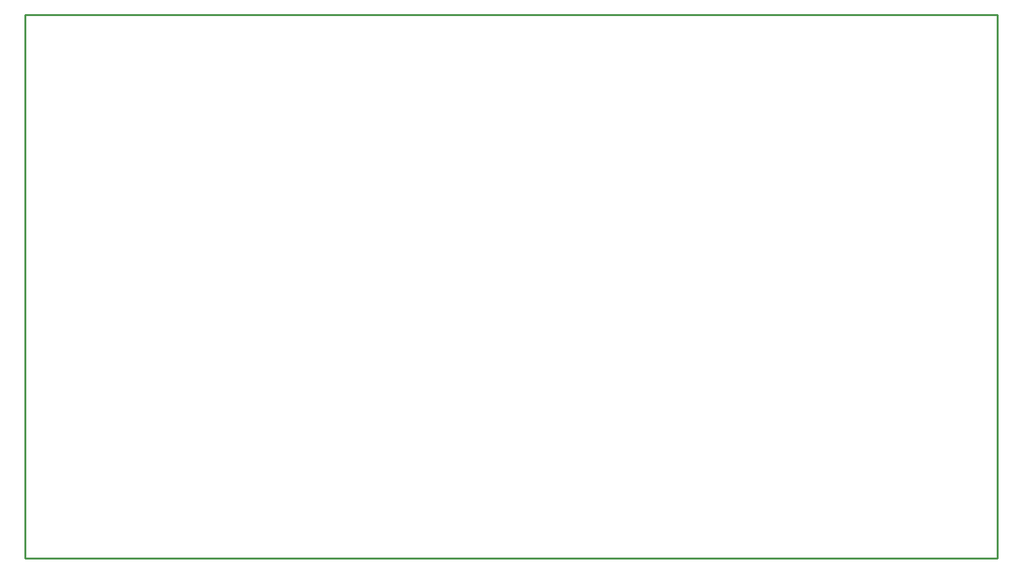
<source format=gbr>
G04 #@! TF.GenerationSoftware,KiCad,Pcbnew,(5.1.4)-1*
G04 #@! TF.CreationDate,2020-05-19T15:35:39+07:00*
G04 #@! TF.ProjectId,automata_smd,6175746f-6d61-4746-915f-736d642e6b69,2*
G04 #@! TF.SameCoordinates,Original*
G04 #@! TF.FileFunction,Profile,NP*
%FSLAX46Y46*%
G04 Gerber Fmt 4.6, Leading zero omitted, Abs format (unit mm)*
G04 Created by KiCad (PCBNEW (5.1.4)-1) date 2020-05-19 15:35:39*
%MOMM*%
%LPD*%
G04 APERTURE LIST*
%ADD10C,0.254000*%
G04 APERTURE END LIST*
D10*
X154940000Y-76200000D02*
X26670000Y-76200000D01*
X154940000Y-147955000D02*
X154940000Y-76200000D01*
X26670000Y-147955000D02*
X154940000Y-147955000D01*
X26670000Y-76200000D02*
X26670000Y-147955000D01*
M02*

</source>
